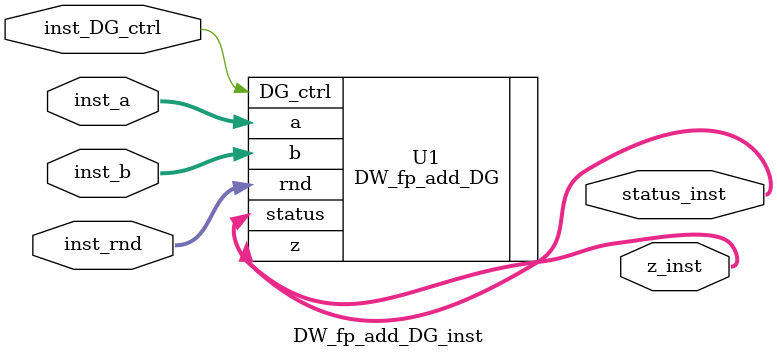
<source format=v>
module DW_fp_add_DG_inst( inst_a, inst_b, inst_rnd, inst_DG_ctrl, z_inst, 
		status_inst );

parameter sig_width = 23;
parameter exp_width = 8;
parameter ieee_compliance = 0;


input [sig_width+exp_width : 0] inst_a;
input [sig_width+exp_width : 0] inst_b;
input [2 : 0] inst_rnd;
input inst_DG_ctrl;
output [sig_width+exp_width : 0] z_inst;
output [7 : 0] status_inst;

    // Instance of DW_fp_add_DG
    DW_fp_add_DG #(sig_width, exp_width, ieee_compliance)
	  U1 ( .a(inst_a), .b(inst_b), .rnd(inst_rnd), .DG_ctrl(inst_DG_ctrl), .z(z_inst), .status(status_inst) );

endmodule

</source>
